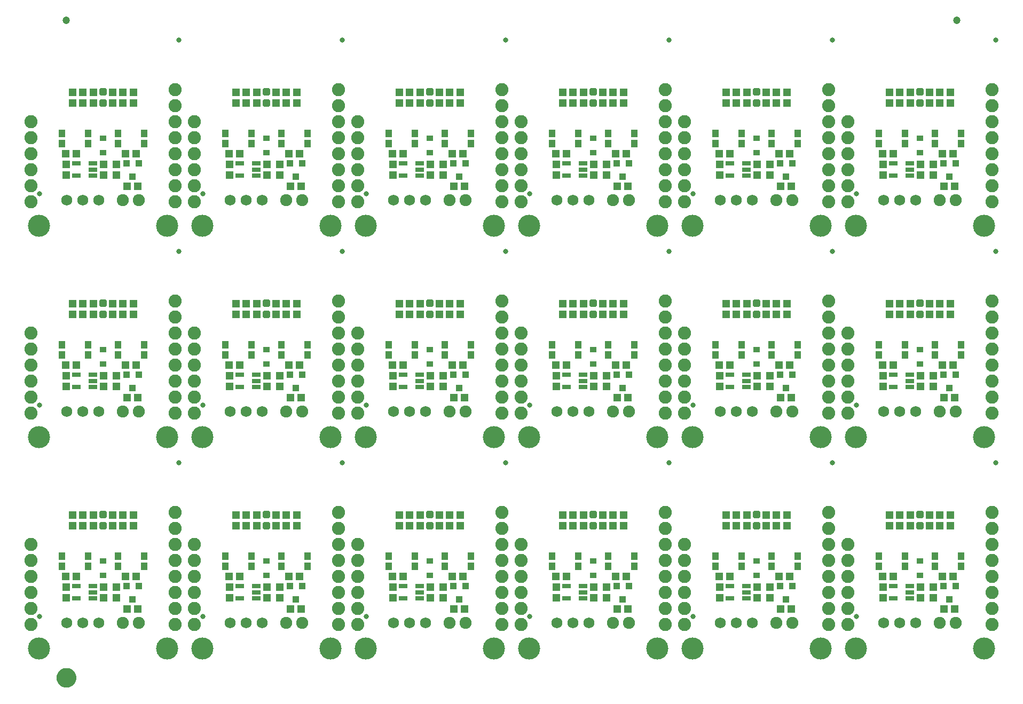
<source format=gts>
G75*
%MOIN*%
%OFA0B0*%
%FSLAX25Y25*%
%IPPOS*%
%LPD*%
%AMOC8*
5,1,8,0,0,1.08239X$1,22.5*
%
%ADD10C,0.08200*%
%ADD11C,0.07550*%
%ADD12R,0.05131X0.04737*%
%ADD13R,0.04737X0.05131*%
%ADD14C,0.01990*%
%ADD15R,0.03950X0.04343*%
%ADD16R,0.04343X0.04737*%
%ADD17C,0.06800*%
%ADD18R,0.04068X0.03280*%
%ADD19C,0.03300*%
%ADD20R,0.05524X0.02965*%
%ADD21C,0.13800*%
%ADD22C,0.04737*%
%ADD23C,0.05000*%
%ADD24C,0.06706*%
D10*
X0033750Y0053750D03*
X0033750Y0063750D03*
X0033750Y0073750D03*
X0033750Y0083750D03*
X0033750Y0093750D03*
X0033750Y0103750D03*
X0123750Y0103750D03*
X0123750Y0093750D03*
X0123750Y0083750D03*
X0123750Y0073750D03*
X0135750Y0073750D03*
X0135750Y0083750D03*
X0135750Y0093750D03*
X0135750Y0103750D03*
X0123750Y0113750D03*
X0123750Y0123750D03*
X0123750Y0185750D03*
X0123750Y0195750D03*
X0123750Y0205750D03*
X0123750Y0215750D03*
X0123750Y0225750D03*
X0123750Y0235750D03*
X0135750Y0235750D03*
X0135750Y0225750D03*
X0135750Y0215750D03*
X0135750Y0205750D03*
X0135750Y0195750D03*
X0135750Y0185750D03*
X0225750Y0185750D03*
X0225750Y0195750D03*
X0225750Y0205750D03*
X0225750Y0215750D03*
X0225750Y0225750D03*
X0225750Y0235750D03*
X0237750Y0235750D03*
X0237750Y0225750D03*
X0237750Y0215750D03*
X0237750Y0205750D03*
X0237750Y0195750D03*
X0237750Y0185750D03*
X0225750Y0123750D03*
X0225750Y0113750D03*
X0225750Y0103750D03*
X0225750Y0093750D03*
X0225750Y0083750D03*
X0225750Y0073750D03*
X0237750Y0073750D03*
X0237750Y0083750D03*
X0237750Y0093750D03*
X0237750Y0103750D03*
X0237750Y0063750D03*
X0237750Y0053750D03*
X0225750Y0053750D03*
X0225750Y0063750D03*
X0135750Y0063750D03*
X0135750Y0053750D03*
X0123750Y0053750D03*
X0123750Y0063750D03*
X0033750Y0185750D03*
X0033750Y0195750D03*
X0033750Y0205750D03*
X0033750Y0215750D03*
X0033750Y0225750D03*
X0033750Y0235750D03*
X0123750Y0245750D03*
X0123750Y0255750D03*
X0123750Y0317750D03*
X0123750Y0327750D03*
X0123750Y0337750D03*
X0123750Y0347750D03*
X0123750Y0357750D03*
X0123750Y0367750D03*
X0123750Y0377750D03*
X0123750Y0387750D03*
X0135750Y0367750D03*
X0135750Y0357750D03*
X0135750Y0347750D03*
X0135750Y0337750D03*
X0135750Y0327750D03*
X0135750Y0317750D03*
X0225750Y0317750D03*
X0225750Y0327750D03*
X0225750Y0337750D03*
X0225750Y0347750D03*
X0225750Y0357750D03*
X0225750Y0367750D03*
X0225750Y0377750D03*
X0225750Y0387750D03*
X0237750Y0367750D03*
X0237750Y0357750D03*
X0237750Y0347750D03*
X0237750Y0337750D03*
X0237750Y0327750D03*
X0237750Y0317750D03*
X0225750Y0255750D03*
X0225750Y0245750D03*
X0327750Y0245750D03*
X0327750Y0255750D03*
X0327750Y0235750D03*
X0339750Y0235750D03*
X0339750Y0225750D03*
X0327750Y0225750D03*
X0327750Y0215750D03*
X0339750Y0215750D03*
X0339750Y0205750D03*
X0327750Y0205750D03*
X0327750Y0195750D03*
X0339750Y0195750D03*
X0339750Y0185750D03*
X0327750Y0185750D03*
X0327750Y0123750D03*
X0327750Y0113750D03*
X0327750Y0103750D03*
X0339750Y0103750D03*
X0339750Y0093750D03*
X0327750Y0093750D03*
X0327750Y0083750D03*
X0339750Y0083750D03*
X0339750Y0073750D03*
X0327750Y0073750D03*
X0327750Y0063750D03*
X0339750Y0063750D03*
X0339750Y0053750D03*
X0327750Y0053750D03*
X0429750Y0053750D03*
X0429750Y0063750D03*
X0441750Y0063750D03*
X0441750Y0053750D03*
X0441750Y0073750D03*
X0441750Y0083750D03*
X0441750Y0093750D03*
X0441750Y0103750D03*
X0429750Y0103750D03*
X0429750Y0093750D03*
X0429750Y0083750D03*
X0429750Y0073750D03*
X0429750Y0113750D03*
X0429750Y0123750D03*
X0429750Y0185750D03*
X0429750Y0195750D03*
X0429750Y0205750D03*
X0429750Y0215750D03*
X0429750Y0225750D03*
X0429750Y0235750D03*
X0441750Y0235750D03*
X0441750Y0225750D03*
X0441750Y0215750D03*
X0441750Y0205750D03*
X0441750Y0195750D03*
X0441750Y0185750D03*
X0531750Y0185750D03*
X0531750Y0195750D03*
X0531750Y0205750D03*
X0531750Y0215750D03*
X0531750Y0225750D03*
X0531750Y0235750D03*
X0543750Y0235750D03*
X0543750Y0225750D03*
X0543750Y0215750D03*
X0543750Y0205750D03*
X0543750Y0195750D03*
X0543750Y0185750D03*
X0531750Y0123750D03*
X0531750Y0113750D03*
X0531750Y0103750D03*
X0531750Y0093750D03*
X0531750Y0083750D03*
X0531750Y0073750D03*
X0543750Y0073750D03*
X0543750Y0083750D03*
X0543750Y0093750D03*
X0543750Y0103750D03*
X0543750Y0063750D03*
X0543750Y0053750D03*
X0531750Y0053750D03*
X0531750Y0063750D03*
X0633750Y0063750D03*
X0633750Y0053750D03*
X0633750Y0073750D03*
X0633750Y0083750D03*
X0633750Y0093750D03*
X0633750Y0103750D03*
X0633750Y0113750D03*
X0633750Y0123750D03*
X0633750Y0185750D03*
X0633750Y0195750D03*
X0633750Y0205750D03*
X0633750Y0215750D03*
X0633750Y0225750D03*
X0633750Y0235750D03*
X0633750Y0245750D03*
X0633750Y0255750D03*
X0633750Y0317750D03*
X0633750Y0327750D03*
X0633750Y0337750D03*
X0633750Y0347750D03*
X0633750Y0357750D03*
X0633750Y0367750D03*
X0633750Y0377750D03*
X0633750Y0387750D03*
X0543750Y0367750D03*
X0543750Y0357750D03*
X0543750Y0347750D03*
X0543750Y0337750D03*
X0543750Y0327750D03*
X0543750Y0317750D03*
X0531750Y0317750D03*
X0531750Y0327750D03*
X0531750Y0337750D03*
X0531750Y0347750D03*
X0531750Y0357750D03*
X0531750Y0367750D03*
X0531750Y0377750D03*
X0531750Y0387750D03*
X0441750Y0367750D03*
X0441750Y0357750D03*
X0441750Y0347750D03*
X0441750Y0337750D03*
X0441750Y0327750D03*
X0441750Y0317750D03*
X0429750Y0317750D03*
X0429750Y0327750D03*
X0429750Y0337750D03*
X0429750Y0347750D03*
X0429750Y0357750D03*
X0429750Y0367750D03*
X0429750Y0377750D03*
X0429750Y0387750D03*
X0339750Y0367750D03*
X0327750Y0367750D03*
X0327750Y0357750D03*
X0339750Y0357750D03*
X0339750Y0347750D03*
X0327750Y0347750D03*
X0327750Y0337750D03*
X0339750Y0337750D03*
X0339750Y0327750D03*
X0327750Y0327750D03*
X0327750Y0317750D03*
X0339750Y0317750D03*
X0327750Y0377750D03*
X0327750Y0387750D03*
X0429750Y0255750D03*
X0429750Y0245750D03*
X0531750Y0245750D03*
X0531750Y0255750D03*
X0033750Y0317750D03*
X0033750Y0327750D03*
X0033750Y0337750D03*
X0033750Y0347750D03*
X0033750Y0357750D03*
X0033750Y0367750D03*
D11*
X0091250Y0318750D03*
X0101250Y0318750D03*
X0193250Y0318750D03*
X0203250Y0318750D03*
X0295250Y0318750D03*
X0305250Y0318750D03*
X0397250Y0318750D03*
X0407250Y0318750D03*
X0499250Y0318750D03*
X0509250Y0318750D03*
X0601250Y0318750D03*
X0611250Y0318750D03*
X0611250Y0186750D03*
X0601250Y0186750D03*
X0509250Y0186750D03*
X0499250Y0186750D03*
X0407250Y0186750D03*
X0397250Y0186750D03*
X0305250Y0186750D03*
X0295250Y0186750D03*
X0203250Y0186750D03*
X0193250Y0186750D03*
X0101250Y0186750D03*
X0091250Y0186750D03*
X0091250Y0054750D03*
X0101250Y0054750D03*
X0193250Y0054750D03*
X0203250Y0054750D03*
X0295250Y0054750D03*
X0305250Y0054750D03*
X0397250Y0054750D03*
X0407250Y0054750D03*
X0499250Y0054750D03*
X0509250Y0054750D03*
X0601250Y0054750D03*
X0611250Y0054750D03*
D12*
X0610596Y0063250D03*
X0603904Y0063250D03*
X0602904Y0083750D03*
X0609596Y0083750D03*
X0572096Y0083750D03*
X0565404Y0083750D03*
X0507596Y0083750D03*
X0500904Y0083750D03*
X0470096Y0083750D03*
X0463404Y0083750D03*
X0501904Y0063250D03*
X0508596Y0063250D03*
X0406596Y0063250D03*
X0399904Y0063250D03*
X0398904Y0083750D03*
X0405596Y0083750D03*
X0368096Y0083750D03*
X0361404Y0083750D03*
X0304596Y0063250D03*
X0297904Y0063250D03*
X0296904Y0083750D03*
X0303596Y0083750D03*
X0266096Y0083750D03*
X0259404Y0083750D03*
X0201596Y0083750D03*
X0194904Y0083750D03*
X0164096Y0083750D03*
X0157404Y0083750D03*
X0195904Y0063250D03*
X0202596Y0063250D03*
X0100596Y0063250D03*
X0093904Y0063250D03*
X0092904Y0083750D03*
X0099596Y0083750D03*
X0062096Y0083750D03*
X0055404Y0083750D03*
X0093904Y0195250D03*
X0100596Y0195250D03*
X0099596Y0215750D03*
X0092904Y0215750D03*
X0062096Y0215750D03*
X0055404Y0215750D03*
X0157404Y0215750D03*
X0164096Y0215750D03*
X0194904Y0215750D03*
X0201596Y0215750D03*
X0202596Y0195250D03*
X0195904Y0195250D03*
X0259404Y0215750D03*
X0266096Y0215750D03*
X0296904Y0215750D03*
X0303596Y0215750D03*
X0304596Y0195250D03*
X0297904Y0195250D03*
X0361404Y0215750D03*
X0368096Y0215750D03*
X0398904Y0215750D03*
X0405596Y0215750D03*
X0406596Y0195250D03*
X0399904Y0195250D03*
X0463404Y0215750D03*
X0470096Y0215750D03*
X0500904Y0215750D03*
X0507596Y0215750D03*
X0508596Y0195250D03*
X0501904Y0195250D03*
X0565404Y0215750D03*
X0572096Y0215750D03*
X0602904Y0215750D03*
X0609596Y0215750D03*
X0610596Y0195250D03*
X0603904Y0195250D03*
X0603904Y0327250D03*
X0610596Y0327250D03*
X0609596Y0347750D03*
X0602904Y0347750D03*
X0572096Y0347750D03*
X0565404Y0347750D03*
X0507596Y0347750D03*
X0500904Y0347750D03*
X0501904Y0327250D03*
X0508596Y0327250D03*
X0470096Y0347750D03*
X0463404Y0347750D03*
X0405596Y0347750D03*
X0398904Y0347750D03*
X0399904Y0327250D03*
X0406596Y0327250D03*
X0368096Y0347750D03*
X0361404Y0347750D03*
X0304596Y0327250D03*
X0297904Y0327250D03*
X0296904Y0347750D03*
X0303596Y0347750D03*
X0266096Y0347750D03*
X0259404Y0347750D03*
X0201596Y0347750D03*
X0194904Y0347750D03*
X0195904Y0327250D03*
X0202596Y0327250D03*
X0164096Y0347750D03*
X0157404Y0347750D03*
X0099596Y0347750D03*
X0092904Y0347750D03*
X0093904Y0327250D03*
X0100596Y0327250D03*
X0062096Y0347750D03*
X0055404Y0347750D03*
D13*
X0055750Y0341096D03*
X0055750Y0334404D03*
X0079250Y0334404D03*
X0079250Y0341096D03*
X0087250Y0341096D03*
X0087250Y0334404D03*
X0084750Y0379404D03*
X0091250Y0379404D03*
X0097750Y0379404D03*
X0097750Y0386096D03*
X0091250Y0386096D03*
X0084750Y0386096D03*
X0072750Y0386096D03*
X0066250Y0386096D03*
X0059750Y0386096D03*
X0059750Y0379404D03*
X0066250Y0379404D03*
X0072750Y0379404D03*
X0161750Y0379404D03*
X0168250Y0379404D03*
X0174750Y0379404D03*
X0174750Y0386096D03*
X0168250Y0386096D03*
X0161750Y0386096D03*
X0186750Y0386096D03*
X0193250Y0386096D03*
X0199750Y0386096D03*
X0199750Y0379404D03*
X0193250Y0379404D03*
X0186750Y0379404D03*
X0189250Y0341096D03*
X0189250Y0334404D03*
X0181250Y0334404D03*
X0181250Y0341096D03*
X0157750Y0341096D03*
X0157750Y0334404D03*
X0259750Y0334404D03*
X0259750Y0341096D03*
X0283250Y0341096D03*
X0283250Y0334404D03*
X0291250Y0334404D03*
X0291250Y0341096D03*
X0288750Y0379404D03*
X0295250Y0379404D03*
X0301750Y0379404D03*
X0301750Y0386096D03*
X0295250Y0386096D03*
X0288750Y0386096D03*
X0276750Y0386096D03*
X0270250Y0386096D03*
X0263750Y0386096D03*
X0263750Y0379404D03*
X0270250Y0379404D03*
X0276750Y0379404D03*
X0361750Y0341096D03*
X0361750Y0334404D03*
X0385250Y0334404D03*
X0385250Y0341096D03*
X0393250Y0341096D03*
X0393250Y0334404D03*
X0390750Y0379404D03*
X0397250Y0379404D03*
X0403750Y0379404D03*
X0403750Y0386096D03*
X0397250Y0386096D03*
X0390750Y0386096D03*
X0378750Y0386096D03*
X0372250Y0386096D03*
X0365750Y0386096D03*
X0365750Y0379404D03*
X0372250Y0379404D03*
X0378750Y0379404D03*
X0463750Y0341096D03*
X0463750Y0334404D03*
X0487250Y0334404D03*
X0487250Y0341096D03*
X0495250Y0341096D03*
X0495250Y0334404D03*
X0492750Y0379404D03*
X0499250Y0379404D03*
X0505750Y0379404D03*
X0505750Y0386096D03*
X0499250Y0386096D03*
X0492750Y0386096D03*
X0480750Y0386096D03*
X0474250Y0386096D03*
X0467750Y0386096D03*
X0467750Y0379404D03*
X0474250Y0379404D03*
X0480750Y0379404D03*
X0569750Y0379404D03*
X0576250Y0379404D03*
X0582750Y0379404D03*
X0582750Y0386096D03*
X0576250Y0386096D03*
X0569750Y0386096D03*
X0594750Y0386096D03*
X0601250Y0386096D03*
X0607750Y0386096D03*
X0607750Y0379404D03*
X0601250Y0379404D03*
X0594750Y0379404D03*
X0597250Y0341096D03*
X0597250Y0334404D03*
X0589250Y0334404D03*
X0589250Y0341096D03*
X0565750Y0341096D03*
X0565750Y0334404D03*
X0569750Y0254096D03*
X0576250Y0254096D03*
X0582750Y0254096D03*
X0582750Y0247404D03*
X0576250Y0247404D03*
X0569750Y0247404D03*
X0594750Y0247404D03*
X0601250Y0247404D03*
X0607750Y0247404D03*
X0607750Y0254096D03*
X0601250Y0254096D03*
X0594750Y0254096D03*
X0597250Y0209096D03*
X0597250Y0202404D03*
X0589250Y0202404D03*
X0589250Y0209096D03*
X0565750Y0209096D03*
X0565750Y0202404D03*
X0505750Y0247404D03*
X0499250Y0247404D03*
X0492750Y0247404D03*
X0492750Y0254096D03*
X0499250Y0254096D03*
X0505750Y0254096D03*
X0480750Y0254096D03*
X0474250Y0254096D03*
X0467750Y0254096D03*
X0467750Y0247404D03*
X0474250Y0247404D03*
X0480750Y0247404D03*
X0487250Y0209096D03*
X0487250Y0202404D03*
X0495250Y0202404D03*
X0495250Y0209096D03*
X0463750Y0209096D03*
X0463750Y0202404D03*
X0393250Y0202404D03*
X0393250Y0209096D03*
X0385250Y0209096D03*
X0385250Y0202404D03*
X0361750Y0202404D03*
X0361750Y0209096D03*
X0365750Y0247404D03*
X0372250Y0247404D03*
X0378750Y0247404D03*
X0378750Y0254096D03*
X0372250Y0254096D03*
X0365750Y0254096D03*
X0390750Y0254096D03*
X0397250Y0254096D03*
X0403750Y0254096D03*
X0403750Y0247404D03*
X0397250Y0247404D03*
X0390750Y0247404D03*
X0301750Y0247404D03*
X0295250Y0247404D03*
X0288750Y0247404D03*
X0288750Y0254096D03*
X0295250Y0254096D03*
X0301750Y0254096D03*
X0276750Y0254096D03*
X0270250Y0254096D03*
X0263750Y0254096D03*
X0263750Y0247404D03*
X0270250Y0247404D03*
X0276750Y0247404D03*
X0283250Y0209096D03*
X0283250Y0202404D03*
X0291250Y0202404D03*
X0291250Y0209096D03*
X0259750Y0209096D03*
X0259750Y0202404D03*
X0199750Y0247404D03*
X0193250Y0247404D03*
X0186750Y0247404D03*
X0186750Y0254096D03*
X0193250Y0254096D03*
X0199750Y0254096D03*
X0174750Y0254096D03*
X0168250Y0254096D03*
X0161750Y0254096D03*
X0161750Y0247404D03*
X0168250Y0247404D03*
X0174750Y0247404D03*
X0181250Y0209096D03*
X0181250Y0202404D03*
X0189250Y0202404D03*
X0189250Y0209096D03*
X0157750Y0209096D03*
X0157750Y0202404D03*
X0097750Y0247404D03*
X0091250Y0247404D03*
X0084750Y0247404D03*
X0084750Y0254096D03*
X0091250Y0254096D03*
X0097750Y0254096D03*
X0072750Y0254096D03*
X0066250Y0254096D03*
X0059750Y0254096D03*
X0059750Y0247404D03*
X0066250Y0247404D03*
X0072750Y0247404D03*
X0079250Y0209096D03*
X0079250Y0202404D03*
X0087250Y0202404D03*
X0087250Y0209096D03*
X0055750Y0209096D03*
X0055750Y0202404D03*
X0059750Y0122096D03*
X0066250Y0122096D03*
X0072750Y0122096D03*
X0072750Y0115404D03*
X0066250Y0115404D03*
X0059750Y0115404D03*
X0084750Y0115404D03*
X0091250Y0115404D03*
X0097750Y0115404D03*
X0097750Y0122096D03*
X0091250Y0122096D03*
X0084750Y0122096D03*
X0087250Y0077096D03*
X0087250Y0070404D03*
X0079250Y0070404D03*
X0079250Y0077096D03*
X0055750Y0077096D03*
X0055750Y0070404D03*
X0157750Y0070404D03*
X0157750Y0077096D03*
X0181250Y0077096D03*
X0181250Y0070404D03*
X0189250Y0070404D03*
X0189250Y0077096D03*
X0186750Y0115404D03*
X0193250Y0115404D03*
X0199750Y0115404D03*
X0199750Y0122096D03*
X0193250Y0122096D03*
X0186750Y0122096D03*
X0174750Y0122096D03*
X0168250Y0122096D03*
X0161750Y0122096D03*
X0161750Y0115404D03*
X0168250Y0115404D03*
X0174750Y0115404D03*
X0263750Y0115404D03*
X0270250Y0115404D03*
X0276750Y0115404D03*
X0276750Y0122096D03*
X0270250Y0122096D03*
X0263750Y0122096D03*
X0288750Y0122096D03*
X0295250Y0122096D03*
X0301750Y0122096D03*
X0301750Y0115404D03*
X0295250Y0115404D03*
X0288750Y0115404D03*
X0291250Y0077096D03*
X0291250Y0070404D03*
X0283250Y0070404D03*
X0283250Y0077096D03*
X0259750Y0077096D03*
X0259750Y0070404D03*
X0361750Y0070404D03*
X0361750Y0077096D03*
X0385250Y0077096D03*
X0385250Y0070404D03*
X0393250Y0070404D03*
X0393250Y0077096D03*
X0390750Y0115404D03*
X0397250Y0115404D03*
X0403750Y0115404D03*
X0403750Y0122096D03*
X0397250Y0122096D03*
X0390750Y0122096D03*
X0378750Y0122096D03*
X0372250Y0122096D03*
X0365750Y0122096D03*
X0365750Y0115404D03*
X0372250Y0115404D03*
X0378750Y0115404D03*
X0463750Y0077096D03*
X0463750Y0070404D03*
X0487250Y0070404D03*
X0487250Y0077096D03*
X0495250Y0077096D03*
X0495250Y0070404D03*
X0492750Y0115404D03*
X0499250Y0115404D03*
X0505750Y0115404D03*
X0505750Y0122096D03*
X0499250Y0122096D03*
X0492750Y0122096D03*
X0480750Y0122096D03*
X0474250Y0122096D03*
X0467750Y0122096D03*
X0467750Y0115404D03*
X0474250Y0115404D03*
X0480750Y0115404D03*
X0569750Y0115404D03*
X0576250Y0115404D03*
X0582750Y0115404D03*
X0582750Y0122096D03*
X0576250Y0122096D03*
X0569750Y0122096D03*
X0594750Y0122096D03*
X0601250Y0122096D03*
X0607750Y0122096D03*
X0607750Y0115404D03*
X0601250Y0115404D03*
X0594750Y0115404D03*
X0597250Y0077096D03*
X0597250Y0070404D03*
X0589250Y0070404D03*
X0589250Y0077096D03*
X0565750Y0077096D03*
X0565750Y0070404D03*
D14*
X0587377Y0116670D02*
X0590123Y0116670D01*
X0590123Y0113924D01*
X0587377Y0113924D01*
X0587377Y0116670D01*
X0587377Y0115814D02*
X0590123Y0115814D01*
X0590123Y0123576D02*
X0587377Y0123576D01*
X0590123Y0123576D02*
X0590123Y0120830D01*
X0587377Y0120830D01*
X0587377Y0123576D01*
X0587377Y0122720D02*
X0590123Y0122720D01*
X0488123Y0123576D02*
X0485377Y0123576D01*
X0488123Y0123576D02*
X0488123Y0120830D01*
X0485377Y0120830D01*
X0485377Y0123576D01*
X0485377Y0122720D02*
X0488123Y0122720D01*
X0488123Y0116670D02*
X0485377Y0116670D01*
X0488123Y0116670D02*
X0488123Y0113924D01*
X0485377Y0113924D01*
X0485377Y0116670D01*
X0485377Y0115814D02*
X0488123Y0115814D01*
X0386123Y0116670D02*
X0383377Y0116670D01*
X0386123Y0116670D02*
X0386123Y0113924D01*
X0383377Y0113924D01*
X0383377Y0116670D01*
X0383377Y0115814D02*
X0386123Y0115814D01*
X0386123Y0123576D02*
X0383377Y0123576D01*
X0386123Y0123576D02*
X0386123Y0120830D01*
X0383377Y0120830D01*
X0383377Y0123576D01*
X0383377Y0122720D02*
X0386123Y0122720D01*
X0284123Y0123576D02*
X0281377Y0123576D01*
X0284123Y0123576D02*
X0284123Y0120830D01*
X0281377Y0120830D01*
X0281377Y0123576D01*
X0281377Y0122720D02*
X0284123Y0122720D01*
X0284123Y0116670D02*
X0281377Y0116670D01*
X0284123Y0116670D02*
X0284123Y0113924D01*
X0281377Y0113924D01*
X0281377Y0116670D01*
X0281377Y0115814D02*
X0284123Y0115814D01*
X0182123Y0116670D02*
X0179377Y0116670D01*
X0182123Y0116670D02*
X0182123Y0113924D01*
X0179377Y0113924D01*
X0179377Y0116670D01*
X0179377Y0115814D02*
X0182123Y0115814D01*
X0182123Y0123576D02*
X0179377Y0123576D01*
X0182123Y0123576D02*
X0182123Y0120830D01*
X0179377Y0120830D01*
X0179377Y0123576D01*
X0179377Y0122720D02*
X0182123Y0122720D01*
X0080123Y0123576D02*
X0077377Y0123576D01*
X0080123Y0123576D02*
X0080123Y0120830D01*
X0077377Y0120830D01*
X0077377Y0123576D01*
X0077377Y0122720D02*
X0080123Y0122720D01*
X0080123Y0116670D02*
X0077377Y0116670D01*
X0080123Y0116670D02*
X0080123Y0113924D01*
X0077377Y0113924D01*
X0077377Y0116670D01*
X0077377Y0115814D02*
X0080123Y0115814D01*
X0080123Y0248670D02*
X0077377Y0248670D01*
X0080123Y0248670D02*
X0080123Y0245924D01*
X0077377Y0245924D01*
X0077377Y0248670D01*
X0077377Y0247814D02*
X0080123Y0247814D01*
X0080123Y0255576D02*
X0077377Y0255576D01*
X0080123Y0255576D02*
X0080123Y0252830D01*
X0077377Y0252830D01*
X0077377Y0255576D01*
X0077377Y0254720D02*
X0080123Y0254720D01*
X0179377Y0255576D02*
X0182123Y0255576D01*
X0182123Y0252830D01*
X0179377Y0252830D01*
X0179377Y0255576D01*
X0179377Y0254720D02*
X0182123Y0254720D01*
X0182123Y0248670D02*
X0179377Y0248670D01*
X0182123Y0248670D02*
X0182123Y0245924D01*
X0179377Y0245924D01*
X0179377Y0248670D01*
X0179377Y0247814D02*
X0182123Y0247814D01*
X0281377Y0248670D02*
X0284123Y0248670D01*
X0284123Y0245924D01*
X0281377Y0245924D01*
X0281377Y0248670D01*
X0281377Y0247814D02*
X0284123Y0247814D01*
X0284123Y0255576D02*
X0281377Y0255576D01*
X0284123Y0255576D02*
X0284123Y0252830D01*
X0281377Y0252830D01*
X0281377Y0255576D01*
X0281377Y0254720D02*
X0284123Y0254720D01*
X0383377Y0255576D02*
X0386123Y0255576D01*
X0386123Y0252830D01*
X0383377Y0252830D01*
X0383377Y0255576D01*
X0383377Y0254720D02*
X0386123Y0254720D01*
X0386123Y0248670D02*
X0383377Y0248670D01*
X0386123Y0248670D02*
X0386123Y0245924D01*
X0383377Y0245924D01*
X0383377Y0248670D01*
X0383377Y0247814D02*
X0386123Y0247814D01*
X0485377Y0248670D02*
X0488123Y0248670D01*
X0488123Y0245924D01*
X0485377Y0245924D01*
X0485377Y0248670D01*
X0485377Y0247814D02*
X0488123Y0247814D01*
X0488123Y0255576D02*
X0485377Y0255576D01*
X0488123Y0255576D02*
X0488123Y0252830D01*
X0485377Y0252830D01*
X0485377Y0255576D01*
X0485377Y0254720D02*
X0488123Y0254720D01*
X0587377Y0255576D02*
X0590123Y0255576D01*
X0590123Y0252830D01*
X0587377Y0252830D01*
X0587377Y0255576D01*
X0587377Y0254720D02*
X0590123Y0254720D01*
X0590123Y0248670D02*
X0587377Y0248670D01*
X0590123Y0248670D02*
X0590123Y0245924D01*
X0587377Y0245924D01*
X0587377Y0248670D01*
X0587377Y0247814D02*
X0590123Y0247814D01*
X0590123Y0380670D02*
X0587377Y0380670D01*
X0590123Y0380670D02*
X0590123Y0377924D01*
X0587377Y0377924D01*
X0587377Y0380670D01*
X0587377Y0379814D02*
X0590123Y0379814D01*
X0590123Y0387576D02*
X0587377Y0387576D01*
X0590123Y0387576D02*
X0590123Y0384830D01*
X0587377Y0384830D01*
X0587377Y0387576D01*
X0587377Y0386720D02*
X0590123Y0386720D01*
X0488123Y0387576D02*
X0485377Y0387576D01*
X0488123Y0387576D02*
X0488123Y0384830D01*
X0485377Y0384830D01*
X0485377Y0387576D01*
X0485377Y0386720D02*
X0488123Y0386720D01*
X0488123Y0380670D02*
X0485377Y0380670D01*
X0488123Y0380670D02*
X0488123Y0377924D01*
X0485377Y0377924D01*
X0485377Y0380670D01*
X0485377Y0379814D02*
X0488123Y0379814D01*
X0386123Y0380670D02*
X0383377Y0380670D01*
X0386123Y0380670D02*
X0386123Y0377924D01*
X0383377Y0377924D01*
X0383377Y0380670D01*
X0383377Y0379814D02*
X0386123Y0379814D01*
X0386123Y0387576D02*
X0383377Y0387576D01*
X0386123Y0387576D02*
X0386123Y0384830D01*
X0383377Y0384830D01*
X0383377Y0387576D01*
X0383377Y0386720D02*
X0386123Y0386720D01*
X0284123Y0387576D02*
X0281377Y0387576D01*
X0284123Y0387576D02*
X0284123Y0384830D01*
X0281377Y0384830D01*
X0281377Y0387576D01*
X0281377Y0386720D02*
X0284123Y0386720D01*
X0284123Y0380670D02*
X0281377Y0380670D01*
X0284123Y0380670D02*
X0284123Y0377924D01*
X0281377Y0377924D01*
X0281377Y0380670D01*
X0281377Y0379814D02*
X0284123Y0379814D01*
X0182123Y0380670D02*
X0179377Y0380670D01*
X0182123Y0380670D02*
X0182123Y0377924D01*
X0179377Y0377924D01*
X0179377Y0380670D01*
X0179377Y0379814D02*
X0182123Y0379814D01*
X0182123Y0387576D02*
X0179377Y0387576D01*
X0182123Y0387576D02*
X0182123Y0384830D01*
X0179377Y0384830D01*
X0179377Y0387576D01*
X0179377Y0386720D02*
X0182123Y0386720D01*
X0080123Y0387576D02*
X0077377Y0387576D01*
X0080123Y0387576D02*
X0080123Y0384830D01*
X0077377Y0384830D01*
X0077377Y0387576D01*
X0077377Y0386720D02*
X0080123Y0386720D01*
X0080123Y0380670D02*
X0077377Y0380670D01*
X0080123Y0380670D02*
X0080123Y0377924D01*
X0077377Y0377924D01*
X0077377Y0380670D01*
X0077377Y0379814D02*
X0080123Y0379814D01*
D15*
X0093510Y0341687D03*
X0100990Y0341687D03*
X0097250Y0333419D03*
X0195510Y0341687D03*
X0202990Y0341687D03*
X0199250Y0333419D03*
X0297510Y0341687D03*
X0304990Y0341687D03*
X0301250Y0333419D03*
X0399510Y0341687D03*
X0406990Y0341687D03*
X0403250Y0333419D03*
X0501510Y0341687D03*
X0508990Y0341687D03*
X0505250Y0333419D03*
X0603510Y0341687D03*
X0610990Y0341687D03*
X0607250Y0333419D03*
X0603510Y0209687D03*
X0610990Y0209687D03*
X0607250Y0201419D03*
X0508990Y0209687D03*
X0501510Y0209687D03*
X0505250Y0201419D03*
X0406990Y0209687D03*
X0399510Y0209687D03*
X0403250Y0201419D03*
X0304990Y0209687D03*
X0297510Y0209687D03*
X0301250Y0201419D03*
X0202990Y0209687D03*
X0195510Y0209687D03*
X0199250Y0201419D03*
X0100990Y0209687D03*
X0093510Y0209687D03*
X0097250Y0201419D03*
X0093510Y0077687D03*
X0100990Y0077687D03*
X0097250Y0069419D03*
X0195510Y0077687D03*
X0202990Y0077687D03*
X0199250Y0069419D03*
X0297510Y0077687D03*
X0304990Y0077687D03*
X0301250Y0069419D03*
X0399510Y0077687D03*
X0406990Y0077687D03*
X0403250Y0069419D03*
X0501510Y0077687D03*
X0508990Y0077687D03*
X0505250Y0069419D03*
X0603510Y0077687D03*
X0610990Y0077687D03*
X0607250Y0069419D03*
D16*
X0614321Y0090100D03*
X0614321Y0096400D03*
X0598179Y0096400D03*
X0598179Y0090100D03*
X0579321Y0090100D03*
X0579321Y0096400D03*
X0563179Y0096400D03*
X0563179Y0090100D03*
X0512321Y0090100D03*
X0512321Y0096400D03*
X0496179Y0096400D03*
X0496179Y0090100D03*
X0477321Y0090100D03*
X0477321Y0096400D03*
X0461179Y0096400D03*
X0461179Y0090100D03*
X0410321Y0090100D03*
X0410321Y0096400D03*
X0394179Y0096400D03*
X0394179Y0090100D03*
X0375321Y0090100D03*
X0375321Y0096400D03*
X0359179Y0096400D03*
X0359179Y0090100D03*
X0308321Y0090100D03*
X0308321Y0096400D03*
X0292179Y0096400D03*
X0292179Y0090100D03*
X0273321Y0090100D03*
X0273321Y0096400D03*
X0257179Y0096400D03*
X0257179Y0090100D03*
X0206321Y0090100D03*
X0206321Y0096400D03*
X0190179Y0096400D03*
X0190179Y0090100D03*
X0171321Y0090100D03*
X0171321Y0096400D03*
X0155179Y0096400D03*
X0155179Y0090100D03*
X0104321Y0090100D03*
X0104321Y0096400D03*
X0088179Y0096400D03*
X0088179Y0090100D03*
X0069321Y0090100D03*
X0069321Y0096400D03*
X0053179Y0096400D03*
X0053179Y0090100D03*
X0053179Y0222100D03*
X0053179Y0228400D03*
X0069321Y0228400D03*
X0069321Y0222100D03*
X0088179Y0222100D03*
X0088179Y0228400D03*
X0104321Y0228400D03*
X0104321Y0222100D03*
X0155179Y0222100D03*
X0155179Y0228400D03*
X0171321Y0228400D03*
X0171321Y0222100D03*
X0190179Y0222100D03*
X0190179Y0228400D03*
X0206321Y0228400D03*
X0206321Y0222100D03*
X0257179Y0222100D03*
X0257179Y0228400D03*
X0273321Y0228400D03*
X0273321Y0222100D03*
X0292179Y0222100D03*
X0292179Y0228400D03*
X0308321Y0228400D03*
X0308321Y0222100D03*
X0359179Y0222100D03*
X0359179Y0228400D03*
X0375321Y0228400D03*
X0375321Y0222100D03*
X0394179Y0222100D03*
X0394179Y0228400D03*
X0410321Y0228400D03*
X0410321Y0222100D03*
X0461179Y0222100D03*
X0461179Y0228400D03*
X0477321Y0228400D03*
X0477321Y0222100D03*
X0496179Y0222100D03*
X0496179Y0228400D03*
X0512321Y0228400D03*
X0512321Y0222100D03*
X0563179Y0222100D03*
X0563179Y0228400D03*
X0579321Y0228400D03*
X0579321Y0222100D03*
X0598179Y0222100D03*
X0598179Y0228400D03*
X0614321Y0228400D03*
X0614321Y0222100D03*
X0614321Y0354100D03*
X0614321Y0360400D03*
X0598179Y0360400D03*
X0598179Y0354100D03*
X0579321Y0354100D03*
X0579321Y0360400D03*
X0563179Y0360400D03*
X0563179Y0354100D03*
X0512321Y0354100D03*
X0512321Y0360400D03*
X0496179Y0360400D03*
X0496179Y0354100D03*
X0477321Y0354100D03*
X0477321Y0360400D03*
X0461179Y0360400D03*
X0461179Y0354100D03*
X0410321Y0354100D03*
X0410321Y0360400D03*
X0394179Y0360400D03*
X0394179Y0354100D03*
X0375321Y0354100D03*
X0375321Y0360400D03*
X0359179Y0360400D03*
X0359179Y0354100D03*
X0308321Y0354100D03*
X0308321Y0360400D03*
X0292179Y0360400D03*
X0292179Y0354100D03*
X0273321Y0354100D03*
X0273321Y0360400D03*
X0257179Y0360400D03*
X0257179Y0354100D03*
X0206321Y0354100D03*
X0206321Y0360400D03*
X0190179Y0360400D03*
X0190179Y0354100D03*
X0171321Y0354100D03*
X0171321Y0360400D03*
X0155179Y0360400D03*
X0155179Y0354100D03*
X0104321Y0354100D03*
X0104321Y0360400D03*
X0088179Y0360400D03*
X0088179Y0354100D03*
X0069321Y0354100D03*
X0069321Y0360400D03*
X0053179Y0360400D03*
X0053179Y0354100D03*
D17*
X0056250Y0318750D03*
X0066250Y0318750D03*
X0076250Y0318750D03*
X0158250Y0318750D03*
X0168250Y0318750D03*
X0178250Y0318750D03*
X0260250Y0318750D03*
X0270250Y0318750D03*
X0280250Y0318750D03*
X0362250Y0318750D03*
X0372250Y0318750D03*
X0382250Y0318750D03*
X0464250Y0318750D03*
X0474250Y0318750D03*
X0484250Y0318750D03*
X0566250Y0318750D03*
X0576250Y0318750D03*
X0586250Y0318750D03*
X0586250Y0186750D03*
X0576250Y0186750D03*
X0566250Y0186750D03*
X0484250Y0186750D03*
X0474250Y0186750D03*
X0464250Y0186750D03*
X0382250Y0186750D03*
X0372250Y0186750D03*
X0362250Y0186750D03*
X0280250Y0186750D03*
X0270250Y0186750D03*
X0260250Y0186750D03*
X0178250Y0186750D03*
X0168250Y0186750D03*
X0158250Y0186750D03*
X0076250Y0186750D03*
X0066250Y0186750D03*
X0056250Y0186750D03*
X0056250Y0054750D03*
X0066250Y0054750D03*
X0076250Y0054750D03*
X0158250Y0054750D03*
X0168250Y0054750D03*
X0178250Y0054750D03*
X0260250Y0054750D03*
X0270250Y0054750D03*
X0280250Y0054750D03*
X0362250Y0054750D03*
X0372250Y0054750D03*
X0382250Y0054750D03*
X0464250Y0054750D03*
X0474250Y0054750D03*
X0484250Y0054750D03*
X0566250Y0054750D03*
X0576250Y0054750D03*
X0586250Y0054750D03*
D18*
X0588750Y0084222D03*
X0588750Y0093278D03*
X0486750Y0093278D03*
X0486750Y0084222D03*
X0384750Y0084222D03*
X0384750Y0093278D03*
X0282750Y0093278D03*
X0282750Y0084222D03*
X0180750Y0084222D03*
X0180750Y0093278D03*
X0078750Y0093278D03*
X0078750Y0084222D03*
X0078750Y0216222D03*
X0078750Y0225278D03*
X0180750Y0225278D03*
X0180750Y0216222D03*
X0282750Y0216222D03*
X0282750Y0225278D03*
X0384750Y0225278D03*
X0384750Y0216222D03*
X0486750Y0216222D03*
X0486750Y0225278D03*
X0588750Y0225278D03*
X0588750Y0216222D03*
X0588750Y0348222D03*
X0588750Y0357278D03*
X0486750Y0357278D03*
X0486750Y0348222D03*
X0384750Y0348222D03*
X0384750Y0357278D03*
X0282750Y0357278D03*
X0282750Y0348222D03*
X0180750Y0348222D03*
X0180750Y0357278D03*
X0078750Y0357278D03*
X0078750Y0348222D03*
D19*
X0039250Y0322750D03*
X0126250Y0286750D03*
X0141250Y0322750D03*
X0228250Y0286750D03*
X0243250Y0322750D03*
X0330250Y0286750D03*
X0345250Y0322750D03*
X0432250Y0286750D03*
X0447250Y0322750D03*
X0534250Y0286750D03*
X0549250Y0322750D03*
X0636250Y0286750D03*
X0549250Y0190750D03*
X0534250Y0154750D03*
X0447250Y0190750D03*
X0432250Y0154750D03*
X0345250Y0190750D03*
X0330250Y0154750D03*
X0243250Y0190750D03*
X0228250Y0154750D03*
X0141250Y0190750D03*
X0126250Y0154750D03*
X0039250Y0190750D03*
X0039250Y0058750D03*
X0141250Y0058750D03*
X0243250Y0058750D03*
X0345250Y0058750D03*
X0447250Y0058750D03*
X0549250Y0058750D03*
X0636250Y0154750D03*
X0636250Y0418750D03*
X0534250Y0418750D03*
X0432250Y0418750D03*
X0330250Y0418750D03*
X0228250Y0418750D03*
X0126250Y0418750D03*
D20*
X0164131Y0341490D03*
X0174369Y0341490D03*
X0174369Y0337750D03*
X0174369Y0334010D03*
X0164131Y0334010D03*
X0072369Y0334010D03*
X0072369Y0337750D03*
X0072369Y0341490D03*
X0062131Y0341490D03*
X0062131Y0334010D03*
X0062131Y0209490D03*
X0062131Y0202010D03*
X0072369Y0202010D03*
X0072369Y0205750D03*
X0072369Y0209490D03*
X0164131Y0209490D03*
X0164131Y0202010D03*
X0174369Y0202010D03*
X0174369Y0205750D03*
X0174369Y0209490D03*
X0266131Y0209490D03*
X0266131Y0202010D03*
X0276369Y0202010D03*
X0276369Y0205750D03*
X0276369Y0209490D03*
X0368131Y0209490D03*
X0368131Y0202010D03*
X0378369Y0202010D03*
X0378369Y0205750D03*
X0378369Y0209490D03*
X0470131Y0209490D03*
X0470131Y0202010D03*
X0480369Y0202010D03*
X0480369Y0205750D03*
X0480369Y0209490D03*
X0572131Y0209490D03*
X0572131Y0202010D03*
X0582369Y0202010D03*
X0582369Y0205750D03*
X0582369Y0209490D03*
X0582369Y0334010D03*
X0582369Y0337750D03*
X0582369Y0341490D03*
X0572131Y0341490D03*
X0572131Y0334010D03*
X0480369Y0334010D03*
X0480369Y0337750D03*
X0480369Y0341490D03*
X0470131Y0341490D03*
X0470131Y0334010D03*
X0378369Y0334010D03*
X0378369Y0337750D03*
X0378369Y0341490D03*
X0368131Y0341490D03*
X0368131Y0334010D03*
X0276369Y0334010D03*
X0276369Y0337750D03*
X0276369Y0341490D03*
X0266131Y0341490D03*
X0266131Y0334010D03*
X0266131Y0077490D03*
X0266131Y0070010D03*
X0276369Y0070010D03*
X0276369Y0073750D03*
X0276369Y0077490D03*
X0368131Y0077490D03*
X0368131Y0070010D03*
X0378369Y0070010D03*
X0378369Y0073750D03*
X0378369Y0077490D03*
X0470131Y0077490D03*
X0470131Y0070010D03*
X0480369Y0070010D03*
X0480369Y0073750D03*
X0480369Y0077490D03*
X0572131Y0077490D03*
X0572131Y0070010D03*
X0582369Y0070010D03*
X0582369Y0073750D03*
X0582369Y0077490D03*
X0174369Y0077490D03*
X0174369Y0073750D03*
X0174369Y0070010D03*
X0164131Y0070010D03*
X0164131Y0077490D03*
X0072369Y0077490D03*
X0072369Y0073750D03*
X0072369Y0070010D03*
X0062131Y0070010D03*
X0062131Y0077490D03*
D21*
X0038750Y0038750D03*
X0118750Y0038750D03*
X0140750Y0038750D03*
X0220750Y0038750D03*
X0242750Y0038750D03*
X0322750Y0038750D03*
X0344750Y0038750D03*
X0424750Y0038750D03*
X0446750Y0038750D03*
X0526750Y0038750D03*
X0548750Y0038750D03*
X0628750Y0038750D03*
X0628750Y0170750D03*
X0548750Y0170750D03*
X0526750Y0170750D03*
X0446750Y0170750D03*
X0424750Y0170750D03*
X0344750Y0170750D03*
X0322750Y0170750D03*
X0242750Y0170750D03*
X0220750Y0170750D03*
X0140750Y0170750D03*
X0118750Y0170750D03*
X0038750Y0170750D03*
X0038750Y0302750D03*
X0118750Y0302750D03*
X0140750Y0302750D03*
X0220750Y0302750D03*
X0242750Y0302750D03*
X0322750Y0302750D03*
X0344750Y0302750D03*
X0424750Y0302750D03*
X0446750Y0302750D03*
X0526750Y0302750D03*
X0548750Y0302750D03*
X0628750Y0302750D03*
D22*
X0611750Y0431000D03*
X0055750Y0431000D03*
D23*
X0052185Y0020500D02*
X0052187Y0020619D01*
X0052193Y0020738D01*
X0052203Y0020857D01*
X0052217Y0020975D01*
X0052235Y0021093D01*
X0052256Y0021210D01*
X0052282Y0021326D01*
X0052312Y0021442D01*
X0052345Y0021556D01*
X0052382Y0021669D01*
X0052423Y0021781D01*
X0052468Y0021892D01*
X0052516Y0022001D01*
X0052568Y0022108D01*
X0052624Y0022213D01*
X0052683Y0022317D01*
X0052745Y0022418D01*
X0052811Y0022518D01*
X0052880Y0022615D01*
X0052952Y0022709D01*
X0053028Y0022802D01*
X0053106Y0022891D01*
X0053187Y0022978D01*
X0053272Y0023063D01*
X0053359Y0023144D01*
X0053448Y0023222D01*
X0053541Y0023298D01*
X0053635Y0023370D01*
X0053732Y0023439D01*
X0053832Y0023505D01*
X0053933Y0023567D01*
X0054037Y0023626D01*
X0054142Y0023682D01*
X0054249Y0023734D01*
X0054358Y0023782D01*
X0054469Y0023827D01*
X0054581Y0023868D01*
X0054694Y0023905D01*
X0054808Y0023938D01*
X0054924Y0023968D01*
X0055040Y0023994D01*
X0055157Y0024015D01*
X0055275Y0024033D01*
X0055393Y0024047D01*
X0055512Y0024057D01*
X0055631Y0024063D01*
X0055750Y0024065D01*
X0055869Y0024063D01*
X0055988Y0024057D01*
X0056107Y0024047D01*
X0056225Y0024033D01*
X0056343Y0024015D01*
X0056460Y0023994D01*
X0056576Y0023968D01*
X0056692Y0023938D01*
X0056806Y0023905D01*
X0056919Y0023868D01*
X0057031Y0023827D01*
X0057142Y0023782D01*
X0057251Y0023734D01*
X0057358Y0023682D01*
X0057463Y0023626D01*
X0057567Y0023567D01*
X0057668Y0023505D01*
X0057768Y0023439D01*
X0057865Y0023370D01*
X0057959Y0023298D01*
X0058052Y0023222D01*
X0058141Y0023144D01*
X0058228Y0023063D01*
X0058313Y0022978D01*
X0058394Y0022891D01*
X0058472Y0022802D01*
X0058548Y0022709D01*
X0058620Y0022615D01*
X0058689Y0022518D01*
X0058755Y0022418D01*
X0058817Y0022317D01*
X0058876Y0022213D01*
X0058932Y0022108D01*
X0058984Y0022001D01*
X0059032Y0021892D01*
X0059077Y0021781D01*
X0059118Y0021669D01*
X0059155Y0021556D01*
X0059188Y0021442D01*
X0059218Y0021326D01*
X0059244Y0021210D01*
X0059265Y0021093D01*
X0059283Y0020975D01*
X0059297Y0020857D01*
X0059307Y0020738D01*
X0059313Y0020619D01*
X0059315Y0020500D01*
X0059313Y0020381D01*
X0059307Y0020262D01*
X0059297Y0020143D01*
X0059283Y0020025D01*
X0059265Y0019907D01*
X0059244Y0019790D01*
X0059218Y0019674D01*
X0059188Y0019558D01*
X0059155Y0019444D01*
X0059118Y0019331D01*
X0059077Y0019219D01*
X0059032Y0019108D01*
X0058984Y0018999D01*
X0058932Y0018892D01*
X0058876Y0018787D01*
X0058817Y0018683D01*
X0058755Y0018582D01*
X0058689Y0018482D01*
X0058620Y0018385D01*
X0058548Y0018291D01*
X0058472Y0018198D01*
X0058394Y0018109D01*
X0058313Y0018022D01*
X0058228Y0017937D01*
X0058141Y0017856D01*
X0058052Y0017778D01*
X0057959Y0017702D01*
X0057865Y0017630D01*
X0057768Y0017561D01*
X0057668Y0017495D01*
X0057567Y0017433D01*
X0057463Y0017374D01*
X0057358Y0017318D01*
X0057251Y0017266D01*
X0057142Y0017218D01*
X0057031Y0017173D01*
X0056919Y0017132D01*
X0056806Y0017095D01*
X0056692Y0017062D01*
X0056576Y0017032D01*
X0056460Y0017006D01*
X0056343Y0016985D01*
X0056225Y0016967D01*
X0056107Y0016953D01*
X0055988Y0016943D01*
X0055869Y0016937D01*
X0055750Y0016935D01*
X0055631Y0016937D01*
X0055512Y0016943D01*
X0055393Y0016953D01*
X0055275Y0016967D01*
X0055157Y0016985D01*
X0055040Y0017006D01*
X0054924Y0017032D01*
X0054808Y0017062D01*
X0054694Y0017095D01*
X0054581Y0017132D01*
X0054469Y0017173D01*
X0054358Y0017218D01*
X0054249Y0017266D01*
X0054142Y0017318D01*
X0054037Y0017374D01*
X0053933Y0017433D01*
X0053832Y0017495D01*
X0053732Y0017561D01*
X0053635Y0017630D01*
X0053541Y0017702D01*
X0053448Y0017778D01*
X0053359Y0017856D01*
X0053272Y0017937D01*
X0053187Y0018022D01*
X0053106Y0018109D01*
X0053028Y0018198D01*
X0052952Y0018291D01*
X0052880Y0018385D01*
X0052811Y0018482D01*
X0052745Y0018582D01*
X0052683Y0018683D01*
X0052624Y0018787D01*
X0052568Y0018892D01*
X0052516Y0018999D01*
X0052468Y0019108D01*
X0052423Y0019219D01*
X0052382Y0019331D01*
X0052345Y0019444D01*
X0052312Y0019558D01*
X0052282Y0019674D01*
X0052256Y0019790D01*
X0052235Y0019907D01*
X0052217Y0020025D01*
X0052203Y0020143D01*
X0052193Y0020262D01*
X0052187Y0020381D01*
X0052185Y0020500D01*
D24*
X0055750Y0020500D03*
M02*

</source>
